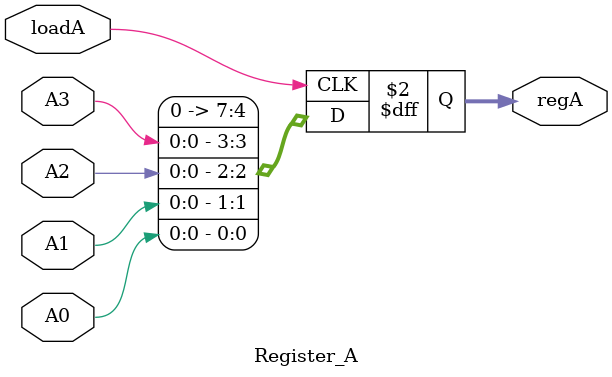
<source format=v>

`timescale 1ns / 1ps


module Register_A(
    input wire A0,
    input wire A1,
    input wire A2,
    input wire A3,
    input wire loadA,
    output reg [7:0] regA
);

always @(posedge loadA) begin
    regA[0] <= A0;
    regA[1] <= A1;
    regA[2] <= A2;
    regA[3] <= A3;
    regA[4] <= 0;
    regA[5] <= 0;
    regA[6] <= 0;
    regA[7] <= 0;
end

endmodule
</source>
